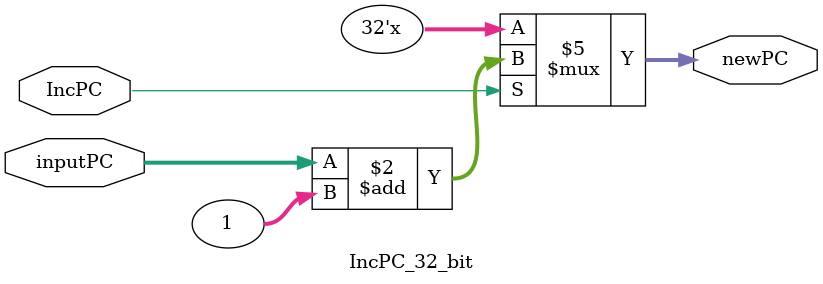
<source format=v>
`timescale 1ns/10ps
module IncPC_32_bit #(parameter qInitial = 0)(
    input IncPC,
    input [31:0] inputPC,
    output reg[31:0] newPC
    );

initial newPC = qInitial;
always@(IncPC)begin
   if (IncPC)
     newPC = inputPC + 1;
end
endmodule
</source>
